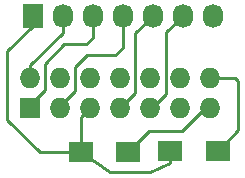
<source format=gtl>
G04 #@! TF.FileFunction,Copper,L1,Top,Signal*
%FSLAX46Y46*%
G04 Gerber Fmt 4.6, Leading zero omitted, Abs format (unit mm)*
G04 Created by KiCad (PCBNEW 4.0.6) date 03/16/18 17:04:15*
%MOMM*%
%LPD*%
G01*
G04 APERTURE LIST*
%ADD10C,0.100000*%
%ADD11R,1.727200X1.727200*%
%ADD12O,1.727200X1.727200*%
%ADD13R,1.727200X2.032000*%
%ADD14O,1.727200X2.032000*%
%ADD15R,2.000000X1.700000*%
%ADD16C,0.250000*%
G04 APERTURE END LIST*
D10*
D11*
X107289600Y-73101200D03*
D12*
X107289600Y-70561200D03*
X109829600Y-73101200D03*
X109829600Y-70561200D03*
X112369600Y-73101200D03*
X112369600Y-70561200D03*
X114909600Y-73101200D03*
X114909600Y-70561200D03*
X117449600Y-73101200D03*
X117449600Y-70561200D03*
X119989600Y-73101200D03*
X119989600Y-70561200D03*
X122529600Y-73101200D03*
X122529600Y-70561200D03*
D13*
X107492800Y-65278000D03*
D14*
X110032800Y-65278000D03*
X112572800Y-65278000D03*
X115112800Y-65278000D03*
X117652800Y-65278000D03*
X120192800Y-65278000D03*
X122732800Y-65278000D03*
D15*
X115588800Y-76860400D03*
X111588800Y-76860400D03*
X123158000Y-76758800D03*
X119158000Y-76758800D03*
D16*
X107289600Y-73101200D02*
X107289600Y-72847200D01*
X107289600Y-72847200D02*
X108559600Y-71577200D01*
X108559600Y-71577200D02*
X108559600Y-69342000D01*
X108559600Y-69342000D02*
X110185200Y-67716400D01*
X110185200Y-67716400D02*
X112014000Y-67716400D01*
X112014000Y-67716400D02*
X112572800Y-67157600D01*
X112572800Y-67157600D02*
X112572800Y-65278000D01*
X107289600Y-70561200D02*
X107289600Y-69494400D01*
X110032800Y-66751200D02*
X110032800Y-65278000D01*
X107289600Y-69494400D02*
X110032800Y-66751200D01*
X109829600Y-73101200D02*
X109829600Y-72898000D01*
X109829600Y-72898000D02*
X111099600Y-71628000D01*
X111099600Y-71628000D02*
X111099600Y-69596000D01*
X111099600Y-69596000D02*
X112064800Y-68630800D01*
X112064800Y-68630800D02*
X114503200Y-68630800D01*
X114503200Y-68630800D02*
X115112800Y-68021200D01*
X115112800Y-68021200D02*
X115112800Y-65278000D01*
X107492800Y-65278000D02*
X107492800Y-66141600D01*
X107492800Y-66141600D02*
X105359200Y-68275200D01*
X105359200Y-68275200D02*
X105359200Y-74117200D01*
X105359200Y-74117200D02*
X108102400Y-76860400D01*
X108102400Y-76860400D02*
X111588800Y-76860400D01*
X111588800Y-76860400D02*
X111588800Y-73882000D01*
X111588800Y-73882000D02*
X112369600Y-73101200D01*
X119158000Y-76758800D02*
X119158000Y-77793600D01*
X114078000Y-78536800D02*
X111588800Y-76860400D01*
X117398800Y-78536800D02*
X114078000Y-78536800D01*
X119158000Y-77793600D02*
X117398800Y-78536800D01*
X114909600Y-73101200D02*
X116179600Y-71831200D01*
X116179600Y-66751200D02*
X117652800Y-65278000D01*
X116179600Y-71831200D02*
X116179600Y-66751200D01*
X117449600Y-73101200D02*
X117602000Y-73101200D01*
X117602000Y-73101200D02*
X118770400Y-71932800D01*
X118770400Y-71932800D02*
X118770400Y-66700400D01*
X118770400Y-66700400D02*
X120192800Y-65278000D01*
X122529600Y-73101200D02*
X122123200Y-73101200D01*
X122123200Y-73101200D02*
X120142000Y-75082400D01*
X120142000Y-75082400D02*
X117366800Y-75082400D01*
X117366800Y-75082400D02*
X115588800Y-76860400D01*
X122529600Y-70561200D02*
X124663200Y-70561200D01*
X124917200Y-74999600D02*
X123158000Y-76758800D01*
X124917200Y-70815200D02*
X124917200Y-74999600D01*
X124663200Y-70561200D02*
X124917200Y-70815200D01*
M02*

</source>
